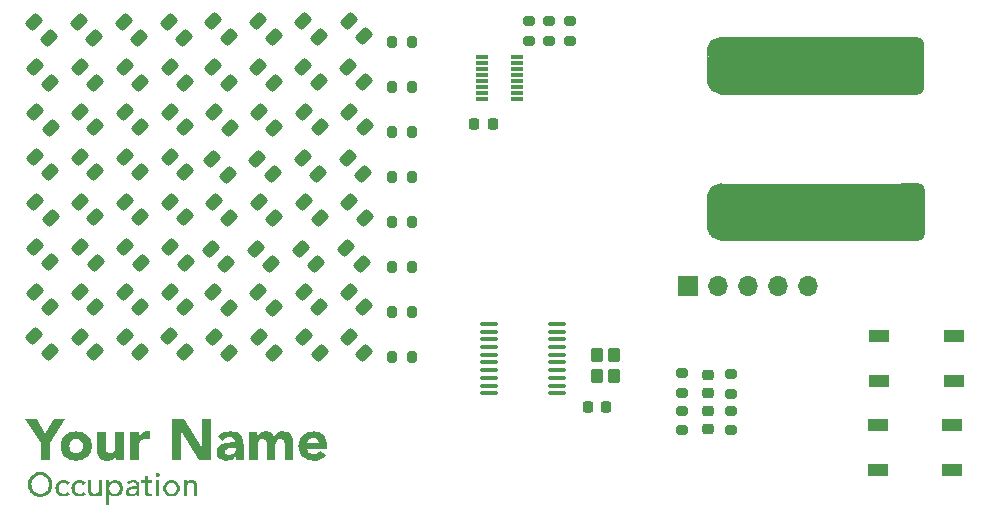
<source format=gbr>
%TF.GenerationSoftware,KiCad,Pcbnew,9.0.1*%
%TF.CreationDate,2025-06-09T22:47:13-04:00*%
%TF.ProjectId,blankBusinessCard,626c616e-6b42-4757-9369-6e6573734361,rev?*%
%TF.SameCoordinates,Original*%
%TF.FileFunction,Soldermask,Top*%
%TF.FilePolarity,Negative*%
%FSLAX46Y46*%
G04 Gerber Fmt 4.6, Leading zero omitted, Abs format (unit mm)*
G04 Created by KiCad (PCBNEW 9.0.1) date 2025-06-09 22:47:13*
%MOMM*%
%LPD*%
G01*
G04 APERTURE LIST*
G04 Aperture macros list*
%AMRoundRect*
0 Rectangle with rounded corners*
0 $1 Rounding radius*
0 $2 $3 $4 $5 $6 $7 $8 $9 X,Y pos of 4 corners*
0 Add a 4 corners polygon primitive as box body*
4,1,4,$2,$3,$4,$5,$6,$7,$8,$9,$2,$3,0*
0 Add four circle primitives for the rounded corners*
1,1,$1+$1,$2,$3*
1,1,$1+$1,$4,$5*
1,1,$1+$1,$6,$7*
1,1,$1+$1,$8,$9*
0 Add four rect primitives between the rounded corners*
20,1,$1+$1,$2,$3,$4,$5,0*
20,1,$1+$1,$4,$5,$6,$7,0*
20,1,$1+$1,$6,$7,$8,$9,0*
20,1,$1+$1,$8,$9,$2,$3,0*%
G04 Aperture macros list end*
%ADD10C,0.300000*%
%ADD11C,0.375000*%
%ADD12C,0.100000*%
%ADD13C,1.200000*%
%ADD14RoundRect,0.243750X0.494975X0.150260X0.150260X0.494975X-0.494975X-0.150260X-0.150260X-0.494975X0*%
%ADD15RoundRect,0.102000X0.400000X-0.450000X0.400000X0.450000X-0.400000X0.450000X-0.400000X-0.450000X0*%
%ADD16RoundRect,0.650000X-0.650000X-1.800000X0.650000X-1.800000X0.650000X1.800000X-0.650000X1.800000X0*%
%ADD17RoundRect,0.612500X-0.612500X-1.837500X0.612500X-1.837500X0.612500X1.837500X-0.612500X1.837500X0*%
%ADD18R,1.700000X1.000000*%
%ADD19RoundRect,0.200000X-0.200000X-0.275000X0.200000X-0.275000X0.200000X0.275000X-0.200000X0.275000X0*%
%ADD20RoundRect,0.200000X0.275000X-0.200000X0.275000X0.200000X-0.275000X0.200000X-0.275000X-0.200000X0*%
%ADD21R,1.700000X1.700000*%
%ADD22O,1.700000X1.700000*%
%ADD23RoundRect,0.225000X-0.225000X-0.250000X0.225000X-0.250000X0.225000X0.250000X-0.225000X0.250000X0*%
%ADD24RoundRect,0.200000X-0.275000X0.200000X-0.275000X-0.200000X0.275000X-0.200000X0.275000X0.200000X0*%
%ADD25RoundRect,0.100000X0.637500X0.100000X-0.637500X0.100000X-0.637500X-0.100000X0.637500X-0.100000X0*%
%ADD26RoundRect,0.225000X0.250000X-0.225000X0.250000X0.225000X-0.250000X0.225000X-0.250000X-0.225000X0*%
%ADD27RoundRect,0.225000X-0.250000X0.225000X-0.250000X-0.225000X0.250000X-0.225000X0.250000X0.225000X0*%
%ADD28R,1.050000X0.299999*%
G04 APERTURE END LIST*
D10*
G36*
X28897283Y-59302888D02*
G01*
X27594919Y-57318568D01*
X28544871Y-57318568D01*
X29279187Y-58613879D01*
X30057742Y-57318568D01*
X30963669Y-57318568D01*
X29661305Y-59302888D01*
X29661305Y-60779001D01*
X28897283Y-60779001D01*
X28897283Y-59302888D01*
G37*
G36*
X32176231Y-58366677D02*
G01*
X32424608Y-58432224D01*
X32652635Y-58539929D01*
X32845621Y-58683550D01*
X33004843Y-58862663D01*
X33127294Y-59076567D01*
X33183577Y-59232462D01*
X33218178Y-59402497D01*
X33230090Y-59589049D01*
X33218181Y-59775602D01*
X33183583Y-59945712D01*
X33127294Y-60101746D01*
X33004856Y-60315470D01*
X32845621Y-60494549D01*
X32652635Y-60638170D01*
X32424608Y-60745875D01*
X32176231Y-60811422D01*
X31908065Y-60833711D01*
X31639898Y-60811422D01*
X31391522Y-60745875D01*
X31163457Y-60638180D01*
X30970294Y-60494549D01*
X30811230Y-60315485D01*
X30688835Y-60101746D01*
X30632546Y-59945712D01*
X30597949Y-59775602D01*
X30586039Y-59589049D01*
X31320569Y-59589049D01*
X31338893Y-59762421D01*
X31390709Y-59905421D01*
X31474656Y-60024595D01*
X31587522Y-60114742D01*
X31729205Y-60170776D01*
X31908278Y-60190864D01*
X32087203Y-60170776D01*
X32228742Y-60114744D01*
X32341474Y-60024595D01*
X32425545Y-59905405D01*
X32477428Y-59762406D01*
X32495774Y-59589049D01*
X32477424Y-59415697D01*
X32425537Y-59272776D01*
X32341474Y-59153717D01*
X32228725Y-59063443D01*
X32087185Y-59007345D01*
X31908278Y-58987235D01*
X31729222Y-59007345D01*
X31587539Y-59063445D01*
X31474656Y-59153717D01*
X31390717Y-59272760D01*
X31338898Y-59415682D01*
X31320569Y-59589049D01*
X30586039Y-59589049D01*
X30597952Y-59402497D01*
X30632552Y-59232462D01*
X30688835Y-59076567D01*
X30811244Y-58862648D01*
X30970294Y-58683550D01*
X31163457Y-58539919D01*
X31391522Y-58432224D01*
X31639898Y-58366677D01*
X31908065Y-58344388D01*
X32176231Y-58366677D01*
G37*
G36*
X35954283Y-60779001D02*
G01*
X35249246Y-60779001D01*
X35249246Y-60453944D01*
X35239415Y-60453944D01*
X35138970Y-60590292D01*
X35072175Y-60653925D01*
X34989585Y-60712108D01*
X34897061Y-60759945D01*
X34788909Y-60799517D01*
X34673133Y-60824914D01*
X34543995Y-60833711D01*
X34358969Y-60822924D01*
X34210062Y-60793347D01*
X34090924Y-60748226D01*
X33935422Y-60644916D01*
X33821646Y-60511005D01*
X33743376Y-60349355D01*
X33694487Y-60154319D01*
X33670902Y-59944504D01*
X33662644Y-59709369D01*
X33662644Y-58399098D01*
X34397174Y-58399098D01*
X34397174Y-59564259D01*
X34404440Y-59777330D01*
X34419455Y-59884353D01*
X34448465Y-59980357D01*
X34495285Y-60065156D01*
X34561092Y-60132093D01*
X34648091Y-60174628D01*
X34779078Y-60190864D01*
X34912437Y-60176915D01*
X35009033Y-60139573D01*
X35087265Y-60079124D01*
X35143886Y-60002369D01*
X35182053Y-59912452D01*
X35205007Y-59808960D01*
X35219753Y-59583920D01*
X35219753Y-58399098D01*
X35954283Y-58399098D01*
X35954283Y-60779001D01*
G37*
G36*
X36473391Y-58399098D02*
G01*
X37207921Y-58399098D01*
X37207921Y-58782712D01*
X37217752Y-58782712D01*
X37350629Y-58585846D01*
X37496860Y-58454022D01*
X37609414Y-58394839D01*
X37743286Y-58357610D01*
X37903341Y-58344388D01*
X38030500Y-58347166D01*
X38148042Y-58358065D01*
X38148042Y-59038526D01*
X37993742Y-59000058D01*
X37834739Y-58987235D01*
X37636669Y-59003680D01*
X37501775Y-59046006D01*
X37392345Y-59117318D01*
X37313067Y-59210137D01*
X37259577Y-59322922D01*
X37227369Y-59462104D01*
X37207921Y-59785237D01*
X37207921Y-60779001D01*
X36473391Y-60779001D01*
X36473391Y-58399098D01*
G37*
G36*
X40009905Y-57318568D02*
G01*
X41047907Y-57318568D01*
X42521668Y-59723261D01*
X42531499Y-59723261D01*
X42531499Y-57318568D01*
X43295521Y-57318568D01*
X43295521Y-60779001D01*
X42296629Y-60779001D01*
X40783544Y-58315537D01*
X40773714Y-58315537D01*
X40773714Y-60779001D01*
X40009905Y-60779001D01*
X40009905Y-57318568D01*
G37*
G36*
X45296646Y-58366605D02*
G01*
X45520482Y-58425171D01*
X45652466Y-58488772D01*
X45762554Y-58567673D01*
X45853446Y-58662178D01*
X45957819Y-58832783D01*
X46027408Y-59046006D01*
X46063293Y-59282326D01*
X46076348Y-59571525D01*
X46076348Y-60779001D01*
X45400589Y-60779001D01*
X45400589Y-60471468D01*
X45390972Y-60471468D01*
X45299350Y-60589475D01*
X45191409Y-60681358D01*
X45065274Y-60749508D01*
X44857144Y-60812539D01*
X44636781Y-60833711D01*
X44472705Y-60822078D01*
X44315998Y-60787549D01*
X44169651Y-60729215D01*
X44044156Y-60649063D01*
X43939231Y-60546112D01*
X43858226Y-60420818D01*
X43807494Y-60277213D01*
X43789624Y-60105165D01*
X43792851Y-60074177D01*
X44494876Y-60074177D01*
X44507685Y-60153633D01*
X44544407Y-60215963D01*
X44607502Y-60265449D01*
X44723272Y-60312287D01*
X44842372Y-60327640D01*
X44948651Y-60320427D01*
X45050528Y-60299002D01*
X45146542Y-60263868D01*
X45229192Y-60217791D01*
X45299693Y-60157810D01*
X45354000Y-60083794D01*
X45388465Y-59997305D01*
X45400589Y-59892521D01*
X45400589Y-59739503D01*
X45219361Y-59739503D01*
X45011419Y-59746769D01*
X44888422Y-59760547D01*
X44771420Y-59787375D01*
X44663407Y-59829971D01*
X44575659Y-59887819D01*
X44515772Y-59966255D01*
X44494876Y-60074177D01*
X43792851Y-60074177D01*
X43809787Y-59911547D01*
X43865492Y-59760233D01*
X43954883Y-59631458D01*
X44071084Y-59527073D01*
X44208564Y-59445885D01*
X44367503Y-59383885D01*
X44536308Y-59339645D01*
X44712649Y-59308445D01*
X45069976Y-59279380D01*
X45400589Y-59274465D01*
X45384431Y-59151127D01*
X45338191Y-59049737D01*
X45261035Y-58965009D01*
X45162951Y-58901642D01*
X45053888Y-58863547D01*
X44930635Y-58850459D01*
X44755774Y-58869794D01*
X44600022Y-58926327D01*
X44459662Y-59015595D01*
X44333309Y-59134483D01*
X43941574Y-58731421D01*
X44085780Y-58613457D01*
X44245140Y-58516916D01*
X44421358Y-58441200D01*
X44700107Y-58368652D01*
X44989406Y-58344388D01*
X45296646Y-58366605D01*
G37*
G36*
X46536685Y-58399098D02*
G01*
X47241936Y-58399098D01*
X47241936Y-58722659D01*
X47251553Y-58722659D01*
X47349433Y-58586951D01*
X47501169Y-58465776D01*
X47593875Y-58417929D01*
X47702059Y-58378368D01*
X47817826Y-58353131D01*
X47946973Y-58344388D01*
X48110844Y-58356267D01*
X48257606Y-58390594D01*
X48389999Y-58446329D01*
X48507256Y-58526200D01*
X48603951Y-58631728D01*
X48681503Y-58766684D01*
X48776644Y-58623848D01*
X48879288Y-58517347D01*
X48989890Y-58441627D01*
X49114345Y-58389365D01*
X49261393Y-58356187D01*
X49435481Y-58344388D01*
X49663504Y-58366022D01*
X49839398Y-58425171D01*
X49987644Y-58521508D01*
X50099058Y-58645081D01*
X50179948Y-58793984D01*
X50236048Y-58972703D01*
X50267013Y-59164769D01*
X50277722Y-59375978D01*
X50277722Y-60779001D01*
X49543192Y-60779001D01*
X49543192Y-59393502D01*
X49524650Y-59235465D01*
X49472239Y-59107128D01*
X49415370Y-59042545D01*
X49334239Y-59002167D01*
X49220059Y-58987235D01*
X49099133Y-58998448D01*
X49006987Y-59028909D01*
X48929341Y-59078800D01*
X48869784Y-59143886D01*
X48826322Y-59222308D01*
X48796481Y-59315284D01*
X48774468Y-59520875D01*
X48774468Y-60779001D01*
X48039938Y-60779001D01*
X48039938Y-59520875D01*
X48035023Y-59364224D01*
X48000615Y-59188125D01*
X47962151Y-59110927D01*
X47905300Y-59046006D01*
X47828549Y-59003377D01*
X47711890Y-58987235D01*
X47578518Y-59001231D01*
X47481721Y-59038740D01*
X47403674Y-59099003D01*
X47347082Y-59175729D01*
X47308864Y-59265644D01*
X47285747Y-59369139D01*
X47271215Y-59594178D01*
X47271215Y-60779001D01*
X46536685Y-60779001D01*
X46536685Y-58399098D01*
G37*
G36*
X52292461Y-58367060D02*
G01*
X52508667Y-58432437D01*
X52701628Y-58539974D01*
X52861292Y-58684404D01*
X52987738Y-58862096D01*
X53083981Y-59078063D01*
X53142040Y-59316469D01*
X53162413Y-59591614D01*
X53162413Y-59821569D01*
X51458270Y-59821569D01*
X51500251Y-59952334D01*
X51563796Y-60060767D01*
X51649329Y-60150472D01*
X51753057Y-60217635D01*
X51872484Y-60258638D01*
X52011785Y-60272929D01*
X52182550Y-60251714D01*
X52317608Y-60192146D01*
X52433851Y-60100444D01*
X52535594Y-59983990D01*
X53049787Y-60361406D01*
X52922339Y-60500425D01*
X52774531Y-60616533D01*
X52604196Y-60710826D01*
X52421473Y-60779398D01*
X52235993Y-60820119D01*
X52045979Y-60833711D01*
X51777783Y-60811426D01*
X51529222Y-60745875D01*
X51301195Y-60638170D01*
X51108209Y-60494549D01*
X50949145Y-60315485D01*
X50826749Y-60101746D01*
X50770460Y-59945712D01*
X50735863Y-59775602D01*
X50723954Y-59589049D01*
X50735866Y-59402497D01*
X50753569Y-59315497D01*
X51458270Y-59315497D01*
X52427883Y-59315497D01*
X52416302Y-59200119D01*
X52375982Y-59098297D01*
X52305426Y-59006255D01*
X52213582Y-58935588D01*
X52105797Y-58892770D01*
X51977377Y-58877814D01*
X51859575Y-58887801D01*
X51761741Y-58915855D01*
X51674320Y-58960024D01*
X51602739Y-59013522D01*
X51543865Y-59077900D01*
X51499944Y-59151366D01*
X51471123Y-59231705D01*
X51458270Y-59315497D01*
X50753569Y-59315497D01*
X50770466Y-59232462D01*
X50826749Y-59076567D01*
X50949158Y-58862648D01*
X51108209Y-58683550D01*
X51301371Y-58539919D01*
X51529436Y-58432224D01*
X51777812Y-58366677D01*
X52045979Y-58344388D01*
X52292461Y-58367060D01*
G37*
D11*
G36*
X29006247Y-61805045D02*
G01*
X29144659Y-61831780D01*
X29273661Y-61875522D01*
X29395675Y-61935997D01*
X29503891Y-62009017D01*
X29599603Y-62094852D01*
X29683061Y-62192861D01*
X29753891Y-62302384D01*
X29812339Y-62424580D01*
X29854714Y-62553250D01*
X29880496Y-62689740D01*
X29889275Y-62835397D01*
X29880496Y-62981053D01*
X29854714Y-63117543D01*
X29812339Y-63246213D01*
X29753891Y-63368409D01*
X29683061Y-63477932D01*
X29599603Y-63575941D01*
X29503891Y-63661776D01*
X29395675Y-63734796D01*
X29273661Y-63795271D01*
X29144659Y-63839013D01*
X29006247Y-63865748D01*
X28856861Y-63874894D01*
X28707394Y-63865747D01*
X28568941Y-63839010D01*
X28439938Y-63795271D01*
X28317919Y-63734801D01*
X28209661Y-63661782D01*
X28113874Y-63575941D01*
X28030489Y-63477939D01*
X27959700Y-63368417D01*
X27901261Y-63246213D01*
X27858886Y-63117543D01*
X27833103Y-62981053D01*
X27824324Y-62835397D01*
X28109722Y-62835397D01*
X28123179Y-62994189D01*
X28162845Y-63141921D01*
X28227790Y-63277544D01*
X28313909Y-63392515D01*
X28421039Y-63487603D01*
X28548993Y-63561897D01*
X28642310Y-63596314D01*
X28744432Y-63617490D01*
X28856861Y-63624789D01*
X28969208Y-63617492D01*
X29071291Y-63596317D01*
X29164607Y-63561897D01*
X29292538Y-63487597D01*
X29399569Y-63392515D01*
X29485756Y-63277531D01*
X29550633Y-63141921D01*
X29590391Y-62994184D01*
X29603878Y-62835397D01*
X29590389Y-62676626D01*
X29550633Y-62528994D01*
X29485743Y-62393302D01*
X29399569Y-62278401D01*
X29292525Y-62183248D01*
X29164607Y-62109018D01*
X29071284Y-62074530D01*
X28969202Y-62053315D01*
X28856861Y-62046004D01*
X28744437Y-62053317D01*
X28642316Y-62074533D01*
X28548993Y-62109018D01*
X28421052Y-62183242D01*
X28313909Y-62278401D01*
X28227803Y-62393289D01*
X28162845Y-62528994D01*
X28123181Y-62676621D01*
X28109722Y-62835397D01*
X27824324Y-62835397D01*
X27833103Y-62689740D01*
X27858886Y-62553250D01*
X27901261Y-62424580D01*
X27959700Y-62302376D01*
X28030489Y-62192854D01*
X28113874Y-62094852D01*
X28209661Y-62009011D01*
X28317919Y-61935992D01*
X28439938Y-61875522D01*
X28568941Y-61831783D01*
X28707394Y-61805046D01*
X28856861Y-61795899D01*
X29006247Y-61805045D01*
G37*
G36*
X31160682Y-62851028D02*
G01*
X31087448Y-62785776D01*
X31013769Y-62740386D01*
X30931984Y-62712513D01*
X30830587Y-62702528D01*
X30731547Y-62712447D01*
X30650092Y-62740386D01*
X30579269Y-62785408D01*
X30521376Y-62844189D01*
X30476205Y-62914314D01*
X30442974Y-62995498D01*
X30423150Y-63082376D01*
X30416474Y-63173429D01*
X30424257Y-63264034D01*
X30447248Y-63348673D01*
X30484617Y-63426605D01*
X30533954Y-63493020D01*
X30595231Y-63547861D01*
X30668166Y-63589741D01*
X30750020Y-63615740D01*
X30844509Y-63624789D01*
X30945821Y-63614792D01*
X31026348Y-63587054D01*
X31097917Y-63541393D01*
X31166299Y-63476290D01*
X31345329Y-63655198D01*
X31275630Y-63721730D01*
X31199852Y-63773567D01*
X31117206Y-63811757D01*
X30984121Y-63847244D01*
X30841700Y-63859263D01*
X30692436Y-63846321D01*
X30560455Y-63808949D01*
X30441208Y-63747907D01*
X30340880Y-63667532D01*
X30259510Y-63568189D01*
X30198121Y-63449179D01*
X30160751Y-63317182D01*
X30147806Y-63167811D01*
X30160719Y-63018364D01*
X30198121Y-62885222D01*
X30259231Y-62764625D01*
X30339415Y-62664060D01*
X30438699Y-62582286D01*
X30557646Y-62519835D01*
X30690054Y-62481422D01*
X30841700Y-62468055D01*
X30984335Y-62481062D01*
X31120015Y-62519835D01*
X31204764Y-62560328D01*
X31281471Y-62612742D01*
X31350947Y-62677738D01*
X31160682Y-62851028D01*
G37*
G36*
X32508902Y-62851028D02*
G01*
X32435669Y-62785776D01*
X32361990Y-62740386D01*
X32280205Y-62712513D01*
X32178808Y-62702528D01*
X32079767Y-62712447D01*
X31998312Y-62740386D01*
X31927489Y-62785408D01*
X31869596Y-62844189D01*
X31824425Y-62914314D01*
X31791194Y-62995498D01*
X31771371Y-63082376D01*
X31764694Y-63173429D01*
X31772478Y-63264034D01*
X31795469Y-63348673D01*
X31832838Y-63426605D01*
X31882175Y-63493020D01*
X31943451Y-63547861D01*
X32016386Y-63589741D01*
X32098240Y-63615740D01*
X32192730Y-63624789D01*
X32294042Y-63614792D01*
X32374569Y-63587054D01*
X32446137Y-63541393D01*
X32514520Y-63476290D01*
X32693550Y-63655198D01*
X32623851Y-63721730D01*
X32548073Y-63773567D01*
X32465427Y-63811757D01*
X32332341Y-63847244D01*
X32189921Y-63859263D01*
X32040657Y-63846321D01*
X31908675Y-63808949D01*
X31789429Y-63747907D01*
X31689101Y-63667532D01*
X31607731Y-63568189D01*
X31546341Y-63449179D01*
X31508972Y-63317182D01*
X31496027Y-63167811D01*
X31508940Y-63018364D01*
X31546341Y-62885222D01*
X31607451Y-62764625D01*
X31687636Y-62664060D01*
X31786920Y-62582286D01*
X31905866Y-62519835D01*
X32038274Y-62481422D01*
X32189921Y-62468055D01*
X32332555Y-62481062D01*
X32468236Y-62519835D01*
X32552984Y-62560328D01*
X32629691Y-62612742D01*
X32699167Y-62677738D01*
X32508902Y-62851028D01*
G37*
G36*
X34083780Y-63828000D02*
G01*
X33831966Y-63828000D01*
X33831966Y-63621981D01*
X33826348Y-63621981D01*
X33787874Y-63686932D01*
X33733640Y-63743950D01*
X33661240Y-63793683D01*
X33580590Y-63829535D01*
X33490751Y-63851612D01*
X33389886Y-63859263D01*
X33293983Y-63851786D01*
X33205116Y-63829831D01*
X33123508Y-63792371D01*
X33052709Y-63738973D01*
X32994583Y-63670118D01*
X32947806Y-63580948D01*
X32918996Y-63478994D01*
X32908606Y-63352825D01*
X32908606Y-62499318D01*
X33160420Y-62499318D01*
X33160420Y-63283216D01*
X33167159Y-63371777D01*
X33185577Y-63441485D01*
X33215730Y-63502160D01*
X33252744Y-63547853D01*
X33297965Y-63582869D01*
X33349220Y-63606593D01*
X33404721Y-63620216D01*
X33462670Y-63624789D01*
X33538949Y-63618365D01*
X33608117Y-63599632D01*
X33670827Y-63567191D01*
X33725598Y-63519765D01*
X33769560Y-63459353D01*
X33804000Y-63381279D01*
X33824495Y-63292906D01*
X33831966Y-63182466D01*
X33831966Y-62499318D01*
X34083780Y-62499318D01*
X34083780Y-63828000D01*
G37*
G36*
X35331737Y-62481759D02*
G01*
X35461432Y-62521178D01*
X35577437Y-62585079D01*
X35674045Y-62669189D01*
X35751671Y-62771610D01*
X35809722Y-62891328D01*
X35845242Y-63021773D01*
X35857349Y-63163659D01*
X35845190Y-63307901D01*
X35809722Y-63438799D01*
X35751608Y-63558280D01*
X35674045Y-63659594D01*
X35577549Y-63742562D01*
X35461432Y-63806262D01*
X35331743Y-63845589D01*
X35182995Y-63859263D01*
X35044177Y-63844160D01*
X34914450Y-63799179D01*
X34835384Y-63753155D01*
X34771651Y-63698795D01*
X34721376Y-63635780D01*
X34715758Y-63635780D01*
X34715758Y-64617392D01*
X34463944Y-64617392D01*
X34463944Y-63163659D01*
X34715758Y-63163659D01*
X34723651Y-63261633D01*
X34746533Y-63349528D01*
X34784124Y-63429361D01*
X34833239Y-63494852D01*
X34894951Y-63548230D01*
X34970381Y-63589863D01*
X35055007Y-63615773D01*
X35152342Y-63624789D01*
X35249554Y-63615773D01*
X35334059Y-63589863D01*
X35409571Y-63548216D01*
X35471201Y-63494852D01*
X35520413Y-63429351D01*
X35558030Y-63349528D01*
X35580912Y-63261633D01*
X35588804Y-63163659D01*
X35580912Y-63065684D01*
X35558030Y-62977790D01*
X35520413Y-62897966D01*
X35471201Y-62832466D01*
X35409571Y-62779102D01*
X35334059Y-62737455D01*
X35249554Y-62711545D01*
X35152342Y-62702528D01*
X35055007Y-62711545D01*
X34970381Y-62737455D01*
X34894951Y-62779088D01*
X34833239Y-62832466D01*
X34784124Y-62897957D01*
X34746533Y-62977790D01*
X34723651Y-63065684D01*
X34715758Y-63163659D01*
X34463944Y-63163659D01*
X34463944Y-62499318D01*
X34715758Y-62499318D01*
X34715758Y-62691538D01*
X34721376Y-62691538D01*
X34775261Y-62626754D01*
X34841418Y-62571982D01*
X34921411Y-62526796D01*
X35051108Y-62482589D01*
X35182995Y-62468055D01*
X35331737Y-62481759D01*
G37*
G36*
X36845034Y-62477805D02*
G01*
X36955709Y-62504448D01*
X37053319Y-62548355D01*
X37127779Y-62602389D01*
X37186535Y-62668988D01*
X37227063Y-62743683D01*
X37251228Y-62825088D01*
X37259303Y-62910135D01*
X37259303Y-63587298D01*
X37262112Y-63716136D01*
X37270539Y-63828000D01*
X37046690Y-63828000D01*
X37038264Y-63625400D01*
X37032646Y-63625400D01*
X36971065Y-63704854D01*
X36905003Y-63764291D01*
X36833954Y-63806384D01*
X36713165Y-63845442D01*
X36568218Y-63859263D01*
X36477420Y-63852925D01*
X36391875Y-63834228D01*
X36312443Y-63802547D01*
X36244963Y-63759123D01*
X36188828Y-63703204D01*
X36145678Y-63635170D01*
X36118774Y-63557299D01*
X36109286Y-63463956D01*
X36110870Y-63444660D01*
X36361100Y-63444660D01*
X36370478Y-63515584D01*
X36396256Y-63568035D01*
X36438037Y-63606715D01*
X36491607Y-63632789D01*
X36559884Y-63649818D01*
X36646498Y-63656053D01*
X36745183Y-63646908D01*
X36822719Y-63621736D01*
X36889417Y-63581579D01*
X36940200Y-63532588D01*
X36978752Y-63474479D01*
X37004558Y-63410466D01*
X37019377Y-63343020D01*
X37024220Y-63277232D01*
X37024220Y-63194922D01*
X36889886Y-63194922D01*
X36706582Y-63204570D01*
X36615572Y-63218916D01*
X36535978Y-63241572D01*
X36464778Y-63275316D01*
X36410071Y-63318509D01*
X36373661Y-63373902D01*
X36361100Y-63444660D01*
X36110870Y-63444660D01*
X36116160Y-63380221D01*
X36135584Y-63309578D01*
X36166561Y-63249632D01*
X36233589Y-63172078D01*
X36323243Y-63109071D01*
X36428456Y-63063254D01*
X36555518Y-63031035D01*
X36691019Y-63013435D01*
X36839572Y-63007344D01*
X37024220Y-63007344D01*
X37024220Y-62951290D01*
X37019391Y-62901394D01*
X37004558Y-62850540D01*
X36980252Y-62802807D01*
X36945818Y-62759559D01*
X36902527Y-62723571D01*
X36847998Y-62695079D01*
X36785859Y-62677603D01*
X36708047Y-62671265D01*
X36637669Y-62674952D01*
X36580675Y-62685065D01*
X36481390Y-62719381D01*
X36400301Y-62767497D01*
X36330326Y-62819765D01*
X36179261Y-62663450D01*
X36293618Y-62578189D01*
X36425458Y-62516904D01*
X36566368Y-62480095D01*
X36705238Y-62468055D01*
X36845034Y-62477805D01*
G37*
G36*
X38336170Y-62718160D02*
G01*
X37975179Y-62718160D01*
X37975179Y-63319730D01*
X37977988Y-63430372D01*
X37984836Y-63482979D01*
X37998993Y-63528314D01*
X38022136Y-63567562D01*
X38054924Y-63598289D01*
X38098114Y-63617339D01*
X38165444Y-63624789D01*
X38257646Y-63616485D01*
X38303533Y-63604448D01*
X38344474Y-63585711D01*
X38344474Y-63814566D01*
X38295583Y-63835097D01*
X38228337Y-63849493D01*
X38117817Y-63859263D01*
X37981598Y-63847776D01*
X37892625Y-63818718D01*
X37822041Y-63771015D01*
X37775144Y-63713816D01*
X37745262Y-63646250D01*
X37730326Y-63569835D01*
X37723365Y-63409001D01*
X37723365Y-62718160D01*
X37432349Y-62718160D01*
X37432349Y-62499318D01*
X37723365Y-62499318D01*
X37723365Y-62124161D01*
X37975179Y-62124161D01*
X37975179Y-62499318D01*
X38336170Y-62499318D01*
X38336170Y-62718160D01*
G37*
G36*
X38680552Y-62499318D02*
G01*
X38932367Y-62499318D01*
X38932367Y-63828000D01*
X38680552Y-63828000D01*
X38680552Y-62499318D01*
G37*
G36*
X38621812Y-62026464D02*
G01*
X38635374Y-61956782D01*
X38676400Y-61897138D01*
X38736398Y-61856314D01*
X38806582Y-61842794D01*
X38876661Y-61856308D01*
X38936641Y-61897138D01*
X38977667Y-61956782D01*
X38991229Y-62026464D01*
X38977671Y-62096168D01*
X38936641Y-62155913D01*
X38876670Y-62196647D01*
X38806582Y-62210135D01*
X38736388Y-62196641D01*
X38676400Y-62155913D01*
X38635370Y-62096168D01*
X38621812Y-62026464D01*
G37*
G36*
X40116351Y-62481868D02*
G01*
X40248958Y-62522521D01*
X40369804Y-62587475D01*
X40472806Y-62671998D01*
X40557632Y-62774420D01*
X40622527Y-62892672D01*
X40663272Y-63022277D01*
X40677116Y-63163659D01*
X40663305Y-63305249D01*
X40622527Y-63436112D01*
X40557487Y-63555249D01*
X40472806Y-63656785D01*
X40369908Y-63740143D01*
X40248958Y-63804796D01*
X40116351Y-63845450D01*
X39971987Y-63859263D01*
X39827622Y-63845450D01*
X39695015Y-63804796D01*
X39574065Y-63740143D01*
X39471167Y-63656785D01*
X39386487Y-63555249D01*
X39321446Y-63436112D01*
X39280668Y-63305249D01*
X39266857Y-63163659D01*
X39535525Y-63163659D01*
X39543417Y-63261633D01*
X39566299Y-63349528D01*
X39603890Y-63429361D01*
X39653005Y-63494852D01*
X39714617Y-63548223D01*
X39790026Y-63589863D01*
X39874651Y-63615773D01*
X39971987Y-63624789D01*
X40069305Y-63615770D01*
X40153825Y-63589863D01*
X40229337Y-63548216D01*
X40290968Y-63494852D01*
X40340083Y-63429361D01*
X40377674Y-63349528D01*
X40400556Y-63261633D01*
X40408448Y-63163659D01*
X40400556Y-63065684D01*
X40377674Y-62977790D01*
X40340083Y-62897957D01*
X40290968Y-62832466D01*
X40229337Y-62779102D01*
X40153825Y-62737455D01*
X40069305Y-62711548D01*
X39971987Y-62702528D01*
X39874651Y-62711545D01*
X39790026Y-62737455D01*
X39714617Y-62779094D01*
X39653005Y-62832466D01*
X39603890Y-62897957D01*
X39566299Y-62977790D01*
X39543417Y-63065684D01*
X39535525Y-63163659D01*
X39266857Y-63163659D01*
X39280701Y-63022277D01*
X39321446Y-62892672D01*
X39386341Y-62774420D01*
X39471167Y-62671998D01*
X39574169Y-62587475D01*
X39695015Y-62522521D01*
X39827622Y-62481868D01*
X39971987Y-62468055D01*
X40116351Y-62481868D01*
G37*
G36*
X40994021Y-62499318D02*
G01*
X41245835Y-62499318D01*
X41245835Y-62705948D01*
X41251453Y-62705948D01*
X41289932Y-62640827D01*
X41344132Y-62583689D01*
X41416439Y-62533879D01*
X41497180Y-62497885D01*
X41587062Y-62475730D01*
X41687915Y-62468055D01*
X41781563Y-62475454D01*
X41871219Y-62497487D01*
X41954069Y-62535031D01*
X42025092Y-62588345D01*
X42083210Y-62657218D01*
X42129994Y-62746492D01*
X42158802Y-62848339D01*
X42169195Y-62974493D01*
X42169195Y-63828000D01*
X41917381Y-63828000D01*
X41917381Y-63044102D01*
X41910639Y-62955556D01*
X41892224Y-62885955D01*
X41862057Y-62825198D01*
X41825057Y-62779587D01*
X41779808Y-62744481D01*
X41728459Y-62720725D01*
X41673062Y-62707105D01*
X41615130Y-62702528D01*
X41538857Y-62708983D01*
X41469684Y-62727808D01*
X41406956Y-62760149D01*
X41352081Y-62807553D01*
X41308221Y-62867972D01*
X41273801Y-62946161D01*
X41253308Y-63034427D01*
X41245835Y-63144852D01*
X41245835Y-63828000D01*
X40994021Y-63828000D01*
X40994021Y-62499318D01*
G37*
D12*
%TO.C,J1*%
X85322400Y-28626400D02*
X85322400Y-26126400D01*
X85322403Y-41026400D02*
X85322403Y-38526400D01*
X85372403Y-38826400D02*
X85380774Y-39069839D01*
X86422402Y-24976400D02*
X101872402Y-24976400D01*
X101872402Y-29776400D01*
X86422402Y-29776400D01*
X86422402Y-24976400D01*
G36*
X86422402Y-24976400D02*
G01*
X101872402Y-24976400D01*
X101872402Y-29776400D01*
X86422402Y-29776400D01*
X86422402Y-24976400D01*
G37*
X86472402Y-37376400D02*
X101922402Y-37376400D01*
X101922402Y-42176400D01*
X86472402Y-42176400D01*
X86472402Y-37376400D01*
G36*
X86472402Y-37376400D02*
G01*
X101922402Y-37376400D01*
X101922402Y-42176400D01*
X86472402Y-42176400D01*
X86472402Y-37376400D01*
G37*
D13*
X87072400Y-26126400D02*
G75*
G02*
X85872400Y-26126400I-600000J0D01*
G01*
X85872400Y-26126400D02*
G75*
G02*
X87072400Y-26126400I600000J0D01*
G01*
X87072400Y-28626402D02*
G75*
G02*
X85872400Y-28626402I-600000J0D01*
G01*
X85872400Y-28626402D02*
G75*
G02*
X87072400Y-28626402I600000J0D01*
G01*
X87080774Y-38519839D02*
G75*
G02*
X85880774Y-38519839I-600000J0D01*
G01*
X85880774Y-38519839D02*
G75*
G02*
X87080774Y-38519839I600000J0D01*
G01*
X87080774Y-41019841D02*
G75*
G02*
X85880774Y-41019841I-600000J0D01*
G01*
X85880774Y-41019841D02*
G75*
G02*
X87080774Y-41019841I600000J0D01*
G01*
D12*
X87672398Y-26226400D02*
X87672400Y-28726402D01*
X85372400Y-28326400D01*
X85372400Y-26676400D01*
X87472400Y-25926400D01*
X87672398Y-26226400D01*
G36*
X87672398Y-26226400D02*
G01*
X87672400Y-28726402D01*
X85372400Y-28326400D01*
X85372400Y-26676400D01*
X87472400Y-25926400D01*
X87672398Y-26226400D01*
G37*
X87680772Y-38619839D02*
X87680774Y-41119841D01*
X85380774Y-40719839D01*
X85380774Y-39069839D01*
X87480774Y-38319839D01*
X87680772Y-38619839D01*
G36*
X87680772Y-38619839D02*
G01*
X87680774Y-41119841D01*
X85380774Y-40719839D01*
X85380774Y-39069839D01*
X87480774Y-38319839D01*
X87680772Y-38619839D01*
G37*
%TD*%
D14*
%TO.C,D20*%
X48668913Y-40286913D03*
X47343087Y-38961087D03*
%TD*%
%TO.C,D28*%
X44858913Y-40286913D03*
X43533087Y-38961087D03*
%TD*%
%TO.C,D60*%
X29718000Y-28829000D03*
X28392174Y-27503174D03*
%TD*%
%TO.C,D61*%
X41048913Y-25046913D03*
X39723087Y-23721087D03*
%TD*%
%TO.C,D58*%
X37338000Y-28829000D03*
X36012174Y-27503174D03*
%TD*%
%TO.C,D46*%
X37338001Y-40231087D03*
X36012175Y-38905261D03*
%TD*%
%TO.C,D64*%
X29618913Y-25046913D03*
X28293087Y-23721087D03*
%TD*%
%TO.C,D41*%
X41175914Y-44069000D03*
X39850088Y-42743174D03*
%TD*%
%TO.C,D25*%
X44858912Y-51716913D03*
X43533086Y-50391087D03*
%TD*%
%TO.C,D35*%
X33528000Y-51661087D03*
X32202174Y-50335261D03*
%TD*%
%TO.C,D16*%
X52450999Y-24919913D03*
X51125173Y-23594087D03*
%TD*%
%TO.C,D14*%
X52534739Y-32611087D03*
X51208913Y-31285261D03*
%TD*%
%TO.C,D1*%
X56288913Y-51716913D03*
X54963087Y-50391087D03*
%TD*%
D15*
%TO.C,Y1*%
X77451800Y-53694000D03*
X77451800Y-51844000D03*
X76001800Y-51844000D03*
X76001800Y-53694000D03*
%TD*%
D14*
%TO.C,D3*%
X56062826Y-44168087D03*
X54737000Y-42842261D03*
%TD*%
D16*
%TO.C,J1*%
X102472400Y-39776400D03*
D17*
X102497400Y-27376400D03*
%TD*%
D14*
%TO.C,D21*%
X48569826Y-36576000D03*
X47244000Y-35250174D03*
%TD*%
%TO.C,D52*%
X29718001Y-36421087D03*
X28392175Y-35095261D03*
%TD*%
%TO.C,D34*%
X37338000Y-51661087D03*
X36012174Y-50335261D03*
%TD*%
%TO.C,D37*%
X41148001Y-47851087D03*
X39822175Y-46525261D03*
%TD*%
%TO.C,D18*%
X48641000Y-47879000D03*
X47315174Y-46553174D03*
%TD*%
%TO.C,D39*%
X33528001Y-47851087D03*
X32202175Y-46525261D03*
%TD*%
%TO.C,D10*%
X52478913Y-47851087D03*
X51153087Y-46525261D03*
%TD*%
%TO.C,D29*%
X44731913Y-36603913D03*
X43406087Y-35278087D03*
%TD*%
D18*
%TO.C,SW2*%
X99796200Y-57790000D03*
X106096200Y-57790000D03*
X99796200Y-61590000D03*
X106096200Y-61590000D03*
%TD*%
D14*
%TO.C,D32*%
X44830999Y-24919913D03*
X43505173Y-23594087D03*
%TD*%
D19*
%TO.C,R4*%
X58675000Y-44450000D03*
X60325000Y-44450000D03*
%TD*%
D20*
%TO.C,R15*%
X73726800Y-25269000D03*
X73726800Y-23619000D03*
%TD*%
D21*
%TO.C,J2*%
X83667600Y-46075600D03*
D22*
X86207600Y-46075600D03*
X88747600Y-46075600D03*
X91287600Y-46075600D03*
X93827600Y-46075600D03*
%TD*%
D14*
%TO.C,D19*%
X48414913Y-44196000D03*
X47089087Y-42870174D03*
%TD*%
%TO.C,D50*%
X37338001Y-36421087D03*
X36012175Y-35095261D03*
%TD*%
%TO.C,D59*%
X33528000Y-28829000D03*
X32202174Y-27503174D03*
%TD*%
D23*
%TO.C,C1*%
X75251800Y-56294000D03*
X76801800Y-56294000D03*
%TD*%
D14*
%TO.C,D17*%
X48668912Y-51716913D03*
X47343086Y-50391087D03*
%TD*%
D23*
%TO.C,C2*%
X65626800Y-32294000D03*
X67176800Y-32294000D03*
%TD*%
D14*
%TO.C,D38*%
X37338001Y-47851087D03*
X36012175Y-46525261D03*
%TD*%
D24*
%TO.C,R12*%
X87350600Y-53506400D03*
X87350600Y-55156400D03*
%TD*%
D14*
%TO.C,D48*%
X29745914Y-40259000D03*
X28420088Y-38933174D03*
%TD*%
D20*
%TO.C,R1*%
X87376000Y-58255200D03*
X87376000Y-56605200D03*
%TD*%
D25*
%TO.C,U1*%
X72589300Y-55119000D03*
X72589300Y-54469000D03*
X72589300Y-53819000D03*
X72589300Y-53169000D03*
X72589300Y-52519000D03*
X72589300Y-51869000D03*
X72589300Y-51219000D03*
X72589300Y-50569000D03*
X72589300Y-49919000D03*
X72589300Y-49269000D03*
X66864300Y-49269000D03*
X66864300Y-49919000D03*
X66864300Y-50569000D03*
X66864300Y-51219000D03*
X66864300Y-51869000D03*
X66864300Y-52519000D03*
X66864300Y-53169000D03*
X66864300Y-53819000D03*
X66864300Y-54469000D03*
X66864300Y-55119000D03*
%TD*%
D14*
%TO.C,D40*%
X29718001Y-47851087D03*
X28392175Y-46525261D03*
%TD*%
%TO.C,D45*%
X41148001Y-40231087D03*
X39822175Y-38905261D03*
%TD*%
%TO.C,D57*%
X41148000Y-28829000D03*
X39822174Y-27503174D03*
%TD*%
%TO.C,D23*%
X48613086Y-28829000D03*
X47287260Y-27503174D03*
%TD*%
%TO.C,D44*%
X29718001Y-44041087D03*
X28392175Y-42715261D03*
%TD*%
%TO.C,D30*%
X44886826Y-32639000D03*
X43561000Y-31313174D03*
%TD*%
%TO.C,D11*%
X52224913Y-44196000D03*
X50899087Y-42870174D03*
%TD*%
%TO.C,D51*%
X33528001Y-36421087D03*
X32202175Y-35095261D03*
%TD*%
D19*
%TO.C,R7*%
X58675000Y-33020000D03*
X60325000Y-33020000D03*
%TD*%
%TO.C,R6*%
X58675000Y-36830000D03*
X60325000Y-36830000D03*
%TD*%
D14*
%TO.C,D13*%
X52407739Y-36548087D03*
X51081913Y-35222261D03*
%TD*%
%TO.C,D7*%
X56261000Y-28801087D03*
X54935174Y-27475261D03*
%TD*%
%TO.C,D22*%
X48668913Y-32666913D03*
X47343087Y-31341087D03*
%TD*%
D24*
%TO.C,R10*%
X83185000Y-53442400D03*
X83185000Y-55092400D03*
%TD*%
D14*
%TO.C,D42*%
X37365914Y-44069000D03*
X36040088Y-42743174D03*
%TD*%
%TO.C,D15*%
X52450999Y-28801087D03*
X51125173Y-27475261D03*
%TD*%
%TO.C,D12*%
X52506826Y-40259000D03*
X51181000Y-38933174D03*
%TD*%
%TO.C,D2*%
X56288913Y-47851087D03*
X54963087Y-46525261D03*
%TD*%
%TO.C,D43*%
X33555914Y-44069000D03*
X32230088Y-42743174D03*
%TD*%
%TO.C,D62*%
X37238913Y-25046913D03*
X35913087Y-23721087D03*
%TD*%
D20*
%TO.C,R11*%
X83210400Y-58267400D03*
X83210400Y-56617400D03*
%TD*%
D14*
%TO.C,D53*%
X41148001Y-32611087D03*
X39822175Y-31285261D03*
%TD*%
D19*
%TO.C,R8*%
X58675000Y-29210000D03*
X60325000Y-29210000D03*
%TD*%
D14*
%TO.C,D33*%
X41120087Y-51633174D03*
X39794261Y-50307348D03*
%TD*%
%TO.C,D47*%
X33528001Y-40231087D03*
X32202175Y-38905261D03*
%TD*%
D18*
%TO.C,SW1*%
X106197800Y-54097000D03*
X99897800Y-54097000D03*
X106197800Y-50297000D03*
X99897800Y-50297000D03*
%TD*%
D14*
%TO.C,D54*%
X37338001Y-32611087D03*
X36012175Y-31285261D03*
%TD*%
D26*
%TO.C,C4*%
X85369400Y-55093200D03*
X85369400Y-53543200D03*
%TD*%
D14*
%TO.C,D26*%
X44831000Y-47879000D03*
X43505174Y-46553174D03*
%TD*%
%TO.C,D31*%
X44803086Y-28829000D03*
X43477260Y-27503174D03*
%TD*%
D20*
%TO.C,R14*%
X71976800Y-25269000D03*
X71976800Y-23619000D03*
%TD*%
D19*
%TO.C,R3*%
X58675000Y-48260000D03*
X60325000Y-48260000D03*
%TD*%
D14*
%TO.C,D24*%
X48640999Y-24919913D03*
X47315173Y-23594087D03*
%TD*%
%TO.C,D36*%
X29690087Y-51633174D03*
X28364261Y-50307348D03*
%TD*%
%TO.C,D4*%
X56316826Y-40259000D03*
X54991000Y-38933174D03*
%TD*%
%TO.C,D56*%
X29773827Y-32666913D03*
X28448001Y-31341087D03*
%TD*%
D27*
%TO.C,C3*%
X85369400Y-56642000D03*
X85369400Y-58192000D03*
%TD*%
D20*
%TO.C,R13*%
X70226800Y-25269000D03*
X70226800Y-23619000D03*
%TD*%
D19*
%TO.C,R9*%
X58675000Y-25400000D03*
X60325000Y-25400000D03*
%TD*%
%TO.C,R2*%
X58675000Y-52070000D03*
X60325000Y-52070000D03*
%TD*%
D14*
%TO.C,D27*%
X44604913Y-44196000D03*
X43279087Y-42870174D03*
%TD*%
%TO.C,D55*%
X33528001Y-32611087D03*
X32202175Y-31285261D03*
%TD*%
%TO.C,D5*%
X56217739Y-36548087D03*
X54891913Y-35222261D03*
%TD*%
%TO.C,D63*%
X33428913Y-25046913D03*
X32103087Y-23721087D03*
%TD*%
D19*
%TO.C,R5*%
X58675000Y-40640000D03*
X60325000Y-40640000D03*
%TD*%
D14*
%TO.C,D9*%
X52506826Y-51689000D03*
X51181000Y-50363174D03*
%TD*%
D28*
%TO.C,U2*%
X69226799Y-30193998D03*
X69226799Y-29693999D03*
X69226799Y-29193997D03*
X69226799Y-28693998D03*
X69226799Y-28193996D03*
X69226799Y-27693998D03*
X69226799Y-27193999D03*
X69226799Y-26694000D03*
X66226800Y-26694000D03*
X66226800Y-27193999D03*
X66226800Y-27694000D03*
X66226800Y-28193999D03*
X66226800Y-28694001D03*
X66226800Y-29194000D03*
X66226800Y-29693999D03*
X66226800Y-30194000D03*
%TD*%
D14*
%TO.C,D6*%
X56344739Y-32611087D03*
X55018913Y-31285261D03*
%TD*%
%TO.C,D49*%
X41148001Y-36421087D03*
X39822175Y-35095261D03*
%TD*%
%TO.C,D8*%
X56288912Y-24892000D03*
X54963086Y-23566174D03*
%TD*%
M02*

</source>
